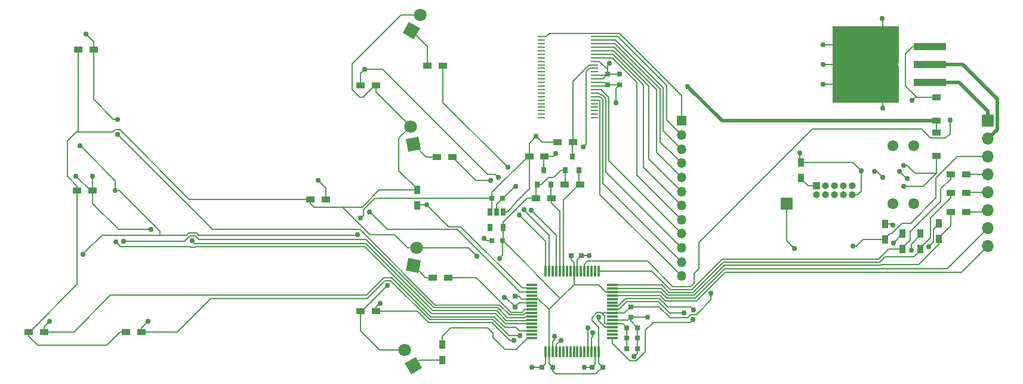
<source format=gtl>
%TF.GenerationSoftware,KiCad,Pcbnew,(2018-01-05 revision b98cc0b)-master*%
%TF.CreationDate,2018-01-06T14:23:44-08:00*%
%TF.ProjectId,pyoven,70796F76656E2E6B696361645F706362,rev?*%
%TF.SameCoordinates,Original*%
%TF.FileFunction,Copper,L1,Top,Signal*%
%TF.FilePolarity,Positive*%
%FSLAX46Y46*%
G04 Gerber Fmt 4.6, Leading zero omitted, Abs format (unit mm)*
G04 Created by KiCad (PCBNEW (2018-01-05 revision b98cc0b)-master) date Saturday, January 06, 2018 'PMt' 02:23:44 PM*
%MOMM*%
%LPD*%
G01*
G04 APERTURE LIST*
%TA.AperFunction,SMDPad,CuDef*%
%ADD10R,1.200000X0.900000*%
%TD*%
%TA.AperFunction,ComponentPad*%
%ADD11R,1.700000X1.700000*%
%TD*%
%TA.AperFunction,SMDPad,CuDef*%
%ADD12R,0.900000X1.200000*%
%TD*%
%TA.AperFunction,ComponentPad*%
%ADD13C,1.550000*%
%TD*%
%TA.AperFunction,ComponentPad*%
%ADD14O,1.700000X1.700000*%
%TD*%
%TA.AperFunction,SMDPad,CuDef*%
%ADD15R,0.800000X0.750000*%
%TD*%
%TA.AperFunction,ComponentPad*%
%ADD16C,1.800000*%
%TD*%
%TA.AperFunction,Conductor*%
%ADD17C,0.100000*%
%TD*%
%TA.AperFunction,ComponentPad*%
%ADD18O,1.000000X1.000000*%
%TD*%
%TA.AperFunction,ComponentPad*%
%ADD19R,1.000000X1.000000*%
%TD*%
%TA.AperFunction,SMDPad,CuDef*%
%ADD20R,0.650000X1.060000*%
%TD*%
%TA.AperFunction,SMDPad,CuDef*%
%ADD21R,0.750000X0.800000*%
%TD*%
%TA.AperFunction,SMDPad,CuDef*%
%ADD22R,0.800000X0.900000*%
%TD*%
%TA.AperFunction,SMDPad,CuDef*%
%ADD23R,1.500000X0.300000*%
%TD*%
%TA.AperFunction,SMDPad,CuDef*%
%ADD24R,0.300000X1.500000*%
%TD*%
%TA.AperFunction,SMDPad,CuDef*%
%ADD25R,4.550000X5.250000*%
%TD*%
%TA.AperFunction,SMDPad,CuDef*%
%ADD26R,9.400000X10.800000*%
%TD*%
%TA.AperFunction,SMDPad,CuDef*%
%ADD27R,4.600000X1.100000*%
%TD*%
%TA.AperFunction,SMDPad,CuDef*%
%ADD28R,1.000000X0.285000*%
%TD*%
%TA.AperFunction,ComponentPad*%
%ADD29O,1.350000X1.350000*%
%TD*%
%TA.AperFunction,ComponentPad*%
%ADD30R,1.350000X1.350000*%
%TD*%
%TA.AperFunction,ViaPad*%
%ADD31C,0.762000*%
%TD*%
%TA.AperFunction,Conductor*%
%ADD32C,0.203200*%
%TD*%
%TA.AperFunction,Conductor*%
%ADD33C,0.508000*%
%TD*%
G04 APERTURE END LIST*
D10*
%TO.P,D1,1*%
%TO.N,+5V*%
X238700000Y-64650000D03*
%TO.P,D1,2*%
%TO.N,Net-(D1-Pad2)*%
X238700000Y-67950000D03*
%TD*%
%TO.P,D8,2*%
%TO.N,/TOASTER_5V*%
X238700000Y-59650000D03*
%TO.P,D8,1*%
%TO.N,+5V*%
X238700000Y-62950000D03*
%TD*%
D11*
%TO.P,J17,1*%
%TO.N,/PUMP*%
X217400000Y-74700000D03*
%TD*%
D12*
%TO.P,R25,1*%
%TO.N,/ENABLE*%
X231400000Y-79800000D03*
%TO.P,R25,2*%
%TO.N,Net-(D9-Pad2)*%
X231400000Y-77600000D03*
%TD*%
%TO.P,R26,2*%
%TO.N,Net-(D10-Pad2)*%
X233900000Y-79000000D03*
%TO.P,R26,1*%
%TO.N,/RELAY2*%
X233900000Y-81200000D03*
%TD*%
%TO.P,R27,1*%
%TO.N,/RELAY1*%
X236400000Y-81200000D03*
%TO.P,R27,2*%
%TO.N,Net-(D11-Pad2)*%
X236400000Y-79000000D03*
%TD*%
%TO.P,R28,2*%
%TO.N,Net-(D12-Pad2)*%
X239000000Y-77500000D03*
%TO.P,R28,1*%
%TO.N,/BUZZER*%
X239000000Y-79700000D03*
%TD*%
D13*
%TO.P,J1,S1*%
%TO.N,GNDPWR*%
X235470000Y-74700000D03*
X232530000Y-74700000D03*
X235470000Y-66500000D03*
X232530000Y-66500000D03*
%TD*%
D10*
%TO.P,R13,1*%
%TO.N,+3V3*%
X116900000Y-52900000D03*
%TO.P,R13,2*%
%TO.N,/MORE*%
X119100000Y-52900000D03*
%TD*%
%TO.P,R14,2*%
%TO.N,/START*%
X119000000Y-72900000D03*
%TO.P,R14,1*%
%TO.N,+3V3*%
X116800000Y-72900000D03*
%TD*%
%TO.P,R15,1*%
%TO.N,+3V3*%
X109900000Y-92900000D03*
%TO.P,R15,2*%
%TO.N,/FROZEN*%
X112100000Y-92900000D03*
%TD*%
%TO.P,R16,2*%
%TO.N,/UNITS*%
X125900000Y-92900000D03*
%TO.P,R16,1*%
%TO.N,+3V3*%
X123700000Y-92900000D03*
%TD*%
%TO.P,R17,1*%
%TO.N,+3V3*%
X149900000Y-74100000D03*
%TO.P,R17,2*%
%TO.N,/DEC*%
X152100000Y-74100000D03*
%TD*%
%TO.P,R18,2*%
%TO.N,/TEMP*%
X159200000Y-90000000D03*
%TO.P,R18,1*%
%TO.N,+3V3*%
X157000000Y-90000000D03*
%TD*%
%TO.P,R19,1*%
%TO.N,+3V3*%
X159200000Y-58000000D03*
%TO.P,R19,2*%
%TO.N,/TIME*%
X157000000Y-58000000D03*
%TD*%
D12*
%TO.P,R20,2*%
%TO.N,/INC*%
X165000000Y-75000000D03*
%TO.P,R20,1*%
%TO.N,+3V3*%
X165000000Y-72800000D03*
%TD*%
D14*
%TO.P,J3,8*%
%TO.N,/TEMP-*%
X246000000Y-80780000D03*
%TO.P,J3,7*%
%TO.N,+3V3*%
X246000000Y-78240000D03*
%TO.P,J3,6*%
%TO.N,Net-(J3-Pad6)*%
X246000000Y-75700000D03*
%TO.P,J3,5*%
%TO.N,Net-(J3-Pad5)*%
X246000000Y-73160000D03*
%TO.P,J3,4*%
%TO.N,Net-(J3-Pad4)*%
X246000000Y-70620000D03*
%TO.P,J3,3*%
%TO.N,/ENABLE*%
X246000000Y-68080000D03*
%TO.P,J3,2*%
%TO.N,GNDPWR*%
X246000000Y-65540000D03*
D11*
%TO.P,J3,1*%
%TO.N,+VDC*%
X246000000Y-63000000D03*
%TD*%
D15*
%TO.P,C14,2*%
%TO.N,GNDPWR*%
X175650000Y-80000000D03*
%TO.P,C14,1*%
%TO.N,+3V3*%
X177150000Y-80000000D03*
%TD*%
%TO.P,C13,1*%
%TO.N,+5V*%
X175650000Y-74000000D03*
%TO.P,C13,2*%
%TO.N,GNDPWR*%
X177150000Y-74000000D03*
%TD*%
D16*
%TO.P,D2,1*%
%TO.N,Net-(D2-Pad1)*%
X164500000Y-66300000D03*
D17*
%TD*%
%TO.N,Net-(D2-Pad1)*%
%TO.C,D2*%
G36*
X165542610Y-67030044D02*
X163769956Y-67342610D01*
X163457390Y-65569956D01*
X165230044Y-65257390D01*
X165542610Y-67030044D01*
X165542610Y-67030044D01*
G37*
D16*
%TO.P,D2,2*%
%TO.N,+3V3*%
X164058934Y-63798588D03*
%TD*%
%TO.P,D5,2*%
%TO.N,+3V3*%
X164941066Y-80998588D03*
%TO.P,D5,1*%
%TO.N,Net-(D5-Pad1)*%
X164500000Y-83500000D03*
D17*
%TD*%
%TO.N,Net-(D5-Pad1)*%
%TO.C,D5*%
G36*
X165230044Y-84542610D02*
X163457390Y-84230044D01*
X163769956Y-82457390D01*
X165542610Y-82769956D01*
X165230044Y-84542610D01*
X165230044Y-84542610D01*
G37*
D16*
%TO.P,D6,1*%
%TO.N,Net-(D6-Pad1)*%
X164200000Y-50200000D03*
D17*
%TD*%
%TO.N,Net-(D6-Pad1)*%
%TO.C,D6*%
G36*
X164529423Y-51429423D02*
X162970577Y-50529423D01*
X163870577Y-48970577D01*
X165429423Y-49870577D01*
X164529423Y-51429423D01*
X164529423Y-51429423D01*
G37*
D16*
%TO.P,D6,2*%
%TO.N,+3V3*%
X165470000Y-48000295D03*
%TD*%
%TO.P,D7,2*%
%TO.N,+3V3*%
X163230000Y-95500295D03*
%TO.P,D7,1*%
%TO.N,Net-(D7-Pad1)*%
X164500000Y-97700000D03*
D17*
%TD*%
%TO.N,Net-(D7-Pad1)*%
%TO.C,D7*%
G36*
X165729423Y-98029423D02*
X164170577Y-98929423D01*
X163270577Y-97370577D01*
X164829423Y-96470577D01*
X165729423Y-98029423D01*
X165729423Y-98029423D01*
G37*
D18*
%TO.P,J19,10*%
%TO.N,/nReset*%
X226780000Y-73470000D03*
%TO.P,J19,9*%
%TO.N,Net-(J19-Pad9)*%
X226780000Y-72200000D03*
%TO.P,J19,8*%
%TO.N,Net-(J19-Pad8)*%
X225510000Y-73470000D03*
%TO.P,J19,7*%
%TO.N,Net-(J19-Pad7)*%
X225510000Y-72200000D03*
%TO.P,J19,6*%
%TO.N,Net-(J19-Pad6)*%
X224240000Y-73470000D03*
%TO.P,J19,5*%
%TO.N,GNDPWR*%
X224240000Y-72200000D03*
%TO.P,J19,4*%
%TO.N,/SWDCLK*%
X222970000Y-73470000D03*
%TO.P,J19,3*%
%TO.N,GNDPWR*%
X222970000Y-72200000D03*
%TO.P,J19,2*%
%TO.N,/SWDIO*%
X221700000Y-73470000D03*
D19*
%TO.P,J19,1*%
%TO.N,+3V3*%
X221700000Y-72200000D03*
%TD*%
D10*
%TO.P,R9,1*%
%TO.N,Net-(D2-Pad1)*%
X167800000Y-68100000D03*
%TO.P,R9,2*%
%TO.N,/RIGHT_LED*%
X170000000Y-68100000D03*
%TD*%
%TO.P,R10,2*%
%TO.N,/LEFT_LED*%
X169400000Y-85200000D03*
%TO.P,R10,1*%
%TO.N,Net-(D5-Pad1)*%
X167200000Y-85200000D03*
%TD*%
%TO.P,R11,1*%
%TO.N,Net-(D6-Pad1)*%
X166500000Y-55200000D03*
%TO.P,R11,2*%
%TO.N,/FAR_RIGHT_LED*%
X168700000Y-55200000D03*
%TD*%
D12*
%TO.P,R12,2*%
%TO.N,/FAR_LEFT_LED*%
X168600000Y-94700000D03*
%TO.P,R12,1*%
%TO.N,Net-(D7-Pad1)*%
X168600000Y-96900000D03*
%TD*%
D20*
%TO.P,U4,5*%
%TO.N,+3V3*%
X177250000Y-78100000D03*
%TO.P,U4,4*%
%TO.N,Net-(U4-Pad4)*%
X175350000Y-78100000D03*
%TO.P,U4,3*%
%TO.N,+5V*%
X175350000Y-75900000D03*
%TO.P,U4,2*%
%TO.N,GNDPWR*%
X176300000Y-75900000D03*
%TO.P,U4,1*%
%TO.N,+5V*%
X177250000Y-75900000D03*
%TD*%
D10*
%TO.P,R1,1*%
%TO.N,Net-(J3-Pad4)*%
X242900000Y-70600000D03*
%TO.P,R1,2*%
%TO.N,/RELAY2*%
X240700000Y-70600000D03*
%TD*%
%TO.P,R2,2*%
%TO.N,/RELAY1*%
X240700000Y-73200000D03*
%TO.P,R2,1*%
%TO.N,Net-(J3-Pad5)*%
X242900000Y-73200000D03*
%TD*%
%TO.P,R3,1*%
%TO.N,Net-(J3-Pad6)*%
X242900000Y-75900000D03*
%TO.P,R3,2*%
%TO.N,/BUZZER*%
X240700000Y-75900000D03*
%TD*%
%TO.P,R4,2*%
%TO.N,/SDA_5V*%
X187100000Y-66000000D03*
%TO.P,R4,1*%
%TO.N,+5V*%
X184900000Y-66000000D03*
%TD*%
%TO.P,R5,1*%
%TO.N,+5V*%
X180900000Y-68000000D03*
%TO.P,R5,2*%
%TO.N,/SCL_5V*%
X183100000Y-68000000D03*
%TD*%
%TO.P,R6,2*%
%TO.N,/SDA_3V*%
X188100000Y-72000000D03*
%TO.P,R6,1*%
%TO.N,+3V3*%
X185900000Y-72000000D03*
%TD*%
%TO.P,R7,1*%
%TO.N,+3V3*%
X181900000Y-74000000D03*
%TO.P,R7,2*%
%TO.N,/SCL_3V*%
X184100000Y-74000000D03*
%TD*%
D12*
%TO.P,R8,2*%
%TO.N,/nReset*%
X219500000Y-68900000D03*
%TO.P,R8,1*%
%TO.N,+3V3*%
X219500000Y-71100000D03*
%TD*%
D15*
%TO.P,C12,2*%
%TO.N,+3V3*%
X184250000Y-97900000D03*
%TO.P,C12,1*%
%TO.N,GNDPWR*%
X182750000Y-97900000D03*
%TD*%
%TO.P,C10,1*%
%TO.N,+3V3*%
X194750000Y-92300000D03*
%TO.P,C10,2*%
%TO.N,GNDPWR*%
X196250000Y-92300000D03*
%TD*%
D21*
%TO.P,C3,2*%
%TO.N,GNDPWR*%
X193700000Y-56350000D03*
%TO.P,C3,1*%
%TO.N,+5V*%
X193700000Y-57850000D03*
%TD*%
%TO.P,C4,1*%
%TO.N,+5V*%
X192000000Y-57850000D03*
%TO.P,C4,2*%
%TO.N,GNDPWR*%
X192000000Y-56350000D03*
%TD*%
D15*
%TO.P,C5,2*%
%TO.N,+3V3*%
X186850000Y-82100000D03*
%TO.P,C5,1*%
%TO.N,GNDPWR*%
X188350000Y-82100000D03*
%TD*%
D21*
%TO.P,C6,1*%
%TO.N,+3V3*%
X178900000Y-87850000D03*
%TO.P,C6,2*%
%TO.N,GNDPWR*%
X178900000Y-89350000D03*
%TD*%
D15*
%TO.P,C9,2*%
%TO.N,GNDPWR*%
X196250000Y-93800000D03*
%TO.P,C9,1*%
%TO.N,+3V3*%
X194750000Y-93800000D03*
%TD*%
%TO.P,C8,1*%
%TO.N,+3V3*%
X194750000Y-95300000D03*
%TO.P,C8,2*%
%TO.N,GNDPWR*%
X196250000Y-95300000D03*
%TD*%
%TO.P,C11,2*%
%TO.N,+3V3*%
X191350000Y-97900000D03*
%TO.P,C11,1*%
%TO.N,GNDPWR*%
X189850000Y-97900000D03*
%TD*%
D21*
%TO.P,C7,1*%
%TO.N,GNDPWR*%
X195300000Y-90850000D03*
%TO.P,C7,2*%
%TO.N,+3V3*%
X195300000Y-89350000D03*
%TD*%
D22*
%TO.P,Q1,1*%
%TO.N,+3V3*%
X186050000Y-70000000D03*
%TO.P,Q1,2*%
%TO.N,/SDA_3V*%
X187950000Y-70000000D03*
%TO.P,Q1,3*%
%TO.N,/SDA_5V*%
X187000000Y-68000000D03*
%TD*%
%TO.P,Q2,3*%
%TO.N,/SCL_5V*%
X183000000Y-70000000D03*
%TO.P,Q2,2*%
%TO.N,/SCL_3V*%
X183950000Y-72000000D03*
%TO.P,Q2,1*%
%TO.N,+3V3*%
X182050000Y-72000000D03*
%TD*%
D23*
%TO.P,U2,64*%
%TO.N,/RELAY1*%
X192700000Y-86250000D03*
%TO.P,U2,63*%
%TO.N,/BUZZER*%
X192700000Y-86750000D03*
%TO.P,U2,62*%
%TO.N,+3V3*%
X192700000Y-87250000D03*
%TO.P,U2,61*%
%TO.N,/TEMP-*%
X192700000Y-87750000D03*
%TO.P,U2,60*%
%TO.N,Net-(U2-Pad60)*%
X192700000Y-88250000D03*
%TO.P,U2,59*%
%TO.N,Net-(U2-Pad59)*%
X192700000Y-88750000D03*
%TO.P,U2,58*%
%TO.N,/SWDIO*%
X192700000Y-89250000D03*
%TO.P,U2,57*%
%TO.N,/SWDCLK*%
X192700000Y-89750000D03*
%TO.P,U2,56*%
%TO.N,+3V3*%
X192700000Y-90250000D03*
%TO.P,U2,55*%
%TO.N,Net-(U2-Pad55)*%
X192700000Y-90750000D03*
%TO.P,U2,54*%
%TO.N,GNDPWR*%
X192700000Y-91250000D03*
%TO.P,U2,53*%
%TO.N,+3V3*%
X192700000Y-91750000D03*
%TO.P,U2,52*%
%TO.N,/nReset*%
X192700000Y-92250000D03*
%TO.P,U2,51*%
%TO.N,Net-(U2-Pad51)*%
X192700000Y-92750000D03*
%TO.P,U2,50*%
%TO.N,Net-(U2-Pad50)*%
X192700000Y-93250000D03*
%TO.P,U2,49*%
%TO.N,/PUMP*%
X192700000Y-93750000D03*
D24*
%TO.P,U2,48*%
%TO.N,+3V3*%
X190750000Y-95700000D03*
%TO.P,U2,47*%
%TO.N,GNDPWR*%
X190250000Y-95700000D03*
%TO.P,U2,46*%
%TO.N,/D+*%
X189750000Y-95700000D03*
%TO.P,U2,45*%
%TO.N,/D-*%
X189250000Y-95700000D03*
%TO.P,U2,44*%
%TO.N,Net-(U2-Pad44)*%
X188750000Y-95700000D03*
%TO.P,U2,43*%
%TO.N,Net-(U2-Pad43)*%
X188250000Y-95700000D03*
%TO.P,U2,42*%
%TO.N,Net-(U2-Pad42)*%
X187750000Y-95700000D03*
%TO.P,U2,41*%
%TO.N,Net-(U2-Pad41)*%
X187250000Y-95700000D03*
%TO.P,U2,40*%
%TO.N,Net-(U2-Pad40)*%
X186750000Y-95700000D03*
%TO.P,U2,39*%
%TO.N,Net-(U2-Pad39)*%
X186250000Y-95700000D03*
%TO.P,U2,38*%
%TO.N,Net-(U2-Pad38)*%
X185750000Y-95700000D03*
%TO.P,U2,37*%
%TO.N,Net-(U2-Pad37)*%
X185250000Y-95700000D03*
%TO.P,U2,36*%
%TO.N,/TEMP*%
X184750000Y-95700000D03*
%TO.P,U2,35*%
%TO.N,/UNITS*%
X184250000Y-95700000D03*
%TO.P,U2,34*%
%TO.N,+3V3*%
X183750000Y-95700000D03*
%TO.P,U2,33*%
%TO.N,GNDPWR*%
X183250000Y-95700000D03*
D23*
%TO.P,U2,32*%
%TO.N,/FAR_LEFT_LED*%
X181300000Y-93750000D03*
%TO.P,U2,31*%
%TO.N,Net-(U2-Pad31)*%
X181300000Y-93250000D03*
%TO.P,U2,30*%
%TO.N,/FROZEN*%
X181300000Y-92750000D03*
%TO.P,U2,29*%
%TO.N,Net-(U2-Pad29)*%
X181300000Y-92250000D03*
%TO.P,U2,28*%
%TO.N,/DI*%
X181300000Y-91750000D03*
%TO.P,U2,27*%
%TO.N,/START*%
X181300000Y-91250000D03*
%TO.P,U2,26*%
%TO.N,/CI*%
X181300000Y-90750000D03*
%TO.P,U2,25*%
%TO.N,/MORE*%
X181300000Y-90250000D03*
%TO.P,U2,24*%
%TO.N,/LEFT_LED*%
X181300000Y-89750000D03*
%TO.P,U2,23*%
%TO.N,Net-(U2-Pad23)*%
X181300000Y-89250000D03*
%TO.P,U2,22*%
%TO.N,GNDPWR*%
X181300000Y-88750000D03*
%TO.P,U2,21*%
%TO.N,+3V3*%
X181300000Y-88250000D03*
%TO.P,U2,20*%
%TO.N,Net-(U2-Pad20)*%
X181300000Y-87750000D03*
%TO.P,U2,19*%
%TO.N,/DEC*%
X181300000Y-87250000D03*
%TO.P,U2,18*%
%TO.N,/INC*%
X181300000Y-86750000D03*
%TO.P,U2,17*%
%TO.N,Net-(U2-Pad17)*%
X181300000Y-86250000D03*
D24*
%TO.P,U2,16*%
%TO.N,/RIGHT_LED*%
X183250000Y-84300000D03*
%TO.P,U2,15*%
%TO.N,/TIME*%
X183750000Y-84300000D03*
%TO.P,U2,14*%
%TO.N,Net-(U2-Pad14)*%
X184250000Y-84300000D03*
%TO.P,U2,13*%
%TO.N,/FAR_RIGHT_LED*%
X184750000Y-84300000D03*
%TO.P,U2,12*%
%TO.N,/SCL_3V*%
X185250000Y-84300000D03*
%TO.P,U2,11*%
%TO.N,/SDA_3V*%
X185750000Y-84300000D03*
%TO.P,U2,10*%
%TO.N,Net-(U2-Pad10)*%
X186250000Y-84300000D03*
%TO.P,U2,9*%
%TO.N,Net-(U2-Pad9)*%
X186750000Y-84300000D03*
%TO.P,U2,8*%
%TO.N,+3V3*%
X187250000Y-84300000D03*
%TO.P,U2,7*%
%TO.N,GNDPWR*%
X187750000Y-84300000D03*
%TO.P,U2,6*%
%TO.N,Net-(U2-Pad6)*%
X188250000Y-84300000D03*
%TO.P,U2,5*%
%TO.N,Net-(R23-Pad2)*%
X188750000Y-84300000D03*
%TO.P,U2,4*%
%TO.N,Net-(U2-Pad4)*%
X189250000Y-84300000D03*
%TO.P,U2,3*%
%TO.N,Net-(U2-Pad3)*%
X189750000Y-84300000D03*
%TO.P,U2,2*%
%TO.N,Net-(U2-Pad2)*%
X190250000Y-84300000D03*
%TO.P,U2,1*%
%TO.N,/RELAY2*%
X190750000Y-84300000D03*
%TD*%
D25*
%TO.P,U3,2*%
%TO.N,GNDPWR*%
X231050000Y-52225000D03*
X226200000Y-57775000D03*
X231050000Y-57775000D03*
X226200000Y-52225000D03*
D26*
X228625000Y-55000000D03*
D27*
%TO.P,U3,3*%
%TO.N,/TOASTER_5V*%
X237775000Y-52460000D03*
%TO.P,U3,2*%
%TO.N,GNDPWR*%
X237775000Y-55000000D03*
%TO.P,U3,1*%
%TO.N,+VDC*%
X237775000Y-57540000D03*
%TD*%
D28*
%TO.P,U1,48*%
%TO.N,Net-(U1-Pad48)*%
X182650000Y-62550000D03*
%TO.P,U1,47*%
%TO.N,Net-(U1-Pad47)*%
X182650000Y-62050000D03*
%TO.P,U1,46*%
%TO.N,Net-(U1-Pad46)*%
X182650000Y-61550000D03*
%TO.P,U1,45*%
%TO.N,Net-(U1-Pad45)*%
X182650000Y-61050000D03*
%TO.P,U1,44*%
%TO.N,Net-(U1-Pad44)*%
X182650000Y-60550000D03*
%TO.P,U1,43*%
%TO.N,Net-(U1-Pad43)*%
X182650000Y-60050000D03*
%TO.P,U1,42*%
%TO.N,Net-(U1-Pad42)*%
X182650000Y-59550000D03*
%TO.P,U1,41*%
%TO.N,Net-(U1-Pad41)*%
X182650000Y-59050000D03*
%TO.P,U1,40*%
%TO.N,Net-(U1-Pad40)*%
X182650000Y-58550000D03*
%TO.P,U1,39*%
%TO.N,Net-(U1-Pad39)*%
X182650000Y-58050000D03*
%TO.P,U1,38*%
%TO.N,Net-(U1-Pad38)*%
X182650000Y-57550000D03*
%TO.P,U1,37*%
%TO.N,Net-(U1-Pad37)*%
X182650000Y-57050000D03*
%TO.P,U1,36*%
%TO.N,Net-(U1-Pad36)*%
X182650000Y-56550000D03*
%TO.P,U1,35*%
%TO.N,Net-(U1-Pad35)*%
X182650000Y-56050000D03*
%TO.P,U1,34*%
%TO.N,Net-(U1-Pad34)*%
X182650000Y-55550000D03*
%TO.P,U1,33*%
%TO.N,Net-(U1-Pad33)*%
X182650000Y-55050000D03*
%TO.P,U1,32*%
%TO.N,Net-(U1-Pad32)*%
X182650000Y-54550000D03*
%TO.P,U1,31*%
%TO.N,Net-(U1-Pad31)*%
X182650000Y-54050000D03*
%TO.P,U1,30*%
%TO.N,Net-(U1-Pad30)*%
X182650000Y-53550000D03*
%TO.P,U1,29*%
%TO.N,Net-(U1-Pad29)*%
X182650000Y-53050000D03*
%TO.P,U1,28*%
%TO.N,Net-(U1-Pad28)*%
X182650000Y-52550000D03*
%TO.P,U1,27*%
%TO.N,Net-(U1-Pad27)*%
X182650000Y-52050000D03*
%TO.P,U1,26*%
%TO.N,Net-(U1-Pad26)*%
X182650000Y-51550000D03*
%TO.P,U1,25*%
%TO.N,/SEG7*%
X182650000Y-51050000D03*
%TO.P,U1,24*%
%TO.N,/SEG6*%
X190150000Y-51050000D03*
%TO.P,U1,23*%
%TO.N,/SEG5*%
X190150000Y-51550000D03*
%TO.P,U1,22*%
%TO.N,/SEG4*%
X190150000Y-52050000D03*
%TO.P,U1,21*%
%TO.N,/SEG3*%
X190150000Y-52550000D03*
%TO.P,U1,20*%
%TO.N,/SEG2*%
X190150000Y-53050000D03*
%TO.P,U1,19*%
%TO.N,/SEG1*%
X190150000Y-53550000D03*
%TO.P,U1,18*%
%TO.N,/SEG0*%
X190150000Y-54050000D03*
%TO.P,U1,17*%
%TO.N,GNDPWR*%
X190150000Y-54550000D03*
%TO.P,U1,16*%
%TO.N,/SDA_5V*%
X190150000Y-55050000D03*
%TO.P,U1,15*%
%TO.N,/SCL_5V*%
X190150000Y-55550000D03*
%TO.P,U1,14*%
%TO.N,Net-(U1-Pad14)*%
X190150000Y-56050000D03*
%TO.P,U1,13*%
%TO.N,GNDPWR*%
X190150000Y-56550000D03*
%TO.P,U1,12*%
X190150000Y-57050000D03*
%TO.P,U1,11*%
%TO.N,+5V*%
X190150000Y-57550000D03*
%TO.P,U1,10*%
X190150000Y-58050000D03*
%TO.P,U1,9*%
%TO.N,/COM3*%
X190150000Y-58550000D03*
%TO.P,U1,8*%
%TO.N,/COM2*%
X190150000Y-59050000D03*
%TO.P,U1,7*%
%TO.N,/COM1*%
X190150000Y-59550000D03*
%TO.P,U1,6*%
%TO.N,/COM0*%
X190150000Y-60050000D03*
%TO.P,U1,5*%
%TO.N,Net-(U1-Pad5)*%
X190150000Y-60550000D03*
%TO.P,U1,4*%
%TO.N,Net-(U1-Pad4)*%
X190150000Y-61050000D03*
%TO.P,U1,3*%
%TO.N,Net-(U1-Pad3)*%
X190150000Y-61550000D03*
%TO.P,U1,2*%
%TO.N,Net-(U1-Pad2)*%
X190150000Y-62050000D03*
%TO.P,U1,1*%
%TO.N,Net-(U1-Pad1)*%
X190150000Y-62550000D03*
%TD*%
D29*
%TO.P,J2,12*%
%TO.N,/COM0*%
X202500000Y-85000000D03*
%TO.P,J2,11*%
%TO.N,/COM1*%
X202500000Y-83000000D03*
%TO.P,J2,10*%
%TO.N,/COM2*%
X202500000Y-81000000D03*
%TO.P,J2,9*%
%TO.N,/COM3*%
X202500000Y-79000000D03*
%TO.P,J2,8*%
%TO.N,/SEG0*%
X202500000Y-77000000D03*
%TO.P,J2,7*%
%TO.N,/SEG1*%
X202500000Y-75000000D03*
%TO.P,J2,6*%
%TO.N,/SEG2*%
X202500000Y-73000000D03*
%TO.P,J2,5*%
%TO.N,/SEG3*%
X202500000Y-71000000D03*
%TO.P,J2,4*%
%TO.N,/SEG4*%
X202500000Y-69000000D03*
%TO.P,J2,3*%
%TO.N,/SEG5*%
X202500000Y-67000000D03*
%TO.P,J2,2*%
%TO.N,/SEG6*%
X202500000Y-65000000D03*
D30*
%TO.P,J2,1*%
%TO.N,/SEG7*%
X202500000Y-63000000D03*
%TD*%
D31*
%TO.N,GNDPWR*%
X195800000Y-96400000D03*
%TO.N,/PUMP*%
X204151527Y-91170627D03*
X218500000Y-81100000D03*
%TO.N,+5V*%
X117600000Y-81900000D03*
X117200000Y-66500000D03*
X203400000Y-58100000D03*
%TO.N,+3V3*%
X206702000Y-87394141D03*
%TO.N,/ENABLE*%
X226800000Y-80714190D03*
%TO.N,GNDPWR*%
X231100000Y-61200000D03*
X231000000Y-48500000D03*
X222600000Y-57800000D03*
X222600000Y-52200000D03*
X222600000Y-55000000D03*
X179000000Y-72300000D03*
X174500000Y-79600000D03*
X197727624Y-90814190D03*
X189400000Y-82100000D03*
X192300000Y-54800000D03*
X177400000Y-88000000D03*
X188700000Y-97900000D03*
X181300000Y-97900000D03*
%TO.N,+5V*%
X157000000Y-76800000D03*
X156600000Y-79100000D03*
X122200000Y-72900000D03*
X193200000Y-60400000D03*
X181900000Y-65200000D03*
%TO.N,+3V3*%
X160800000Y-86300000D03*
X176700000Y-82500000D03*
X173500000Y-82200000D03*
%TO.N,Net-(D1-Pad2)*%
X234000000Y-69300000D03*
X234000000Y-72300000D03*
%TO.N,/CI*%
X123400000Y-80100000D03*
%TO.N,/DI*%
X122257773Y-80109383D03*
%TO.N,/nReset*%
X190800000Y-90800000D03*
X228000000Y-70100000D03*
X219300000Y-67500000D03*
%TO.N,/SWDCLK*%
X202877803Y-90224274D03*
%TO.N,/SWDIO*%
X204201365Y-89799016D03*
%TO.N,/D+*%
X234515799Y-71164190D03*
X233456051Y-70164194D03*
X189941250Y-93041250D03*
%TO.N,/D-*%
X229900000Y-70200000D03*
X231040200Y-71044641D03*
X189258750Y-92358750D03*
%TO.N,/SCL_5V*%
X188600000Y-66700000D03*
X184700000Y-67600000D03*
%TO.N,/FAR_RIGHT_LED*%
X177900000Y-69600000D03*
X181200000Y-75700000D03*
%TO.N,/RIGHT_LED*%
X179483722Y-76317593D03*
X175400000Y-71400000D03*
%TO.N,/TEMP*%
X178756699Y-94121620D03*
X185400000Y-94100000D03*
X159800000Y-88885810D03*
%TO.N,/UNITS*%
X179594598Y-93435810D03*
X184500000Y-93500000D03*
X126800000Y-91400000D03*
%TO.N,/FROZEN*%
X112900000Y-91400000D03*
%TO.N,/MORE*%
X122500000Y-62800000D03*
X122500000Y-64900000D03*
X118000000Y-50700000D03*
%TO.N,/START*%
X127300000Y-78400000D03*
X133100000Y-80000000D03*
X116600000Y-70800000D03*
X119000000Y-70800000D03*
%TO.N,/DEC*%
X158287081Y-75885689D03*
X151000000Y-71400000D03*
%TO.N,/TIME*%
X180139254Y-75609136D03*
X176500000Y-71000000D03*
X157600000Y-55700000D03*
%TO.N,/INC*%
X166400000Y-74900000D03*
%TO.N,/TOASTER_5V*%
X235200000Y-60100000D03*
%TO.N,Net-(R23-Pad2)*%
X240600000Y-62900000D03*
%TO.N,Net-(D12-Pad2)*%
X237600000Y-80800000D03*
%TO.N,Net-(D11-Pad2)*%
X235100000Y-81300000D03*
%TO.N,Net-(D10-Pad2)*%
X232600000Y-80300000D03*
%TO.N,Net-(D9-Pad2)*%
X232500000Y-77800000D03*
%TD*%
D32*
%TO.N,/RELAY2*%
X231900000Y-81200000D02*
X233246800Y-81200000D01*
X208274751Y-82600000D02*
X230500000Y-82600000D01*
X200931660Y-86906411D02*
X203968340Y-86906411D01*
X233246800Y-81200000D02*
X233900000Y-81200000D01*
X230500000Y-82600000D02*
X231900000Y-81200000D01*
X203968340Y-86906411D02*
X208274751Y-82600000D01*
X198325249Y-84300000D02*
X200931660Y-86906411D01*
X190750000Y-84300000D02*
X198325249Y-84300000D01*
X235000000Y-79885012D02*
X235000000Y-78700000D01*
X235000000Y-78700000D02*
X239300000Y-74400000D01*
X239300000Y-74400000D02*
X239300000Y-72653200D01*
X233900000Y-80985012D02*
X235000000Y-79885012D01*
X239300000Y-72653200D02*
X240700000Y-71253200D01*
X233900000Y-81200000D02*
X233900000Y-80985012D01*
X240700000Y-71253200D02*
X240700000Y-70600000D01*
%TO.N,Net-(J3-Pad4)*%
X242900000Y-70600000D02*
X245980000Y-70600000D01*
X245980000Y-70600000D02*
X246000000Y-70620000D01*
%TO.N,Net-(J3-Pad5)*%
X246000000Y-73160000D02*
X242940000Y-73160000D01*
X242940000Y-73160000D02*
X242900000Y-73200000D01*
%TO.N,/RELAY1*%
X204136680Y-87312822D02*
X208443091Y-83006411D01*
X192700000Y-86250000D02*
X199700498Y-86250000D01*
X236400000Y-81350000D02*
X236400000Y-81200000D01*
X231374751Y-82300000D02*
X235450000Y-82300000D01*
X235450000Y-82300000D02*
X236400000Y-81350000D01*
X230668340Y-83006411D02*
X231374751Y-82300000D01*
X208443091Y-83006411D02*
X230668340Y-83006411D01*
X200763320Y-87312822D02*
X204136680Y-87312822D01*
X199700498Y-86250000D02*
X200763320Y-87312822D01*
X236400000Y-81200000D02*
X236400000Y-80985012D01*
X237800000Y-76753200D02*
X240700000Y-73853200D01*
X237800000Y-79585012D02*
X237800000Y-76753200D01*
X240700000Y-73853200D02*
X240700000Y-73200000D01*
X236400000Y-80985012D02*
X237800000Y-79585012D01*
%TO.N,/BUZZER*%
X236103200Y-83400000D02*
X239000000Y-80503200D01*
X239000000Y-80503200D02*
X239000000Y-79700000D01*
X230849502Y-83400000D02*
X236103200Y-83400000D01*
X208611431Y-83412822D02*
X230836680Y-83412822D01*
X199625747Y-86750000D02*
X200594980Y-87719233D01*
X230836680Y-83412822D02*
X230849502Y-83400000D01*
X204305020Y-87719233D02*
X208611431Y-83412822D01*
X192700000Y-86750000D02*
X199625747Y-86750000D01*
X200594980Y-87719233D02*
X204305020Y-87719233D01*
X239000000Y-79700000D02*
X239000000Y-79550000D01*
X239000000Y-79550000D02*
X240700000Y-77850000D01*
X240700000Y-77850000D02*
X240700000Y-76553200D01*
X240700000Y-76553200D02*
X240700000Y-75900000D01*
%TO.N,Net-(J3-Pad6)*%
X242900000Y-75900000D02*
X245800000Y-75900000D01*
X245800000Y-75900000D02*
X246000000Y-75700000D01*
%TO.N,/TEMP-*%
X242280000Y-84500000D02*
X245150001Y-81629999D01*
X208673755Y-84500000D02*
X242280000Y-84500000D01*
X199476245Y-87750000D02*
X200258300Y-88532055D01*
X192700000Y-87750000D02*
X199476245Y-87750000D01*
X245150001Y-81629999D02*
X246000000Y-80780000D01*
X204641700Y-88532055D02*
X208673755Y-84500000D01*
X200258300Y-88532055D02*
X204641700Y-88532055D01*
%TO.N,/ENABLE*%
X227338815Y-80714190D02*
X228253005Y-79800000D01*
X228253005Y-79800000D02*
X231400000Y-79800000D01*
X233801358Y-77500000D02*
X235025250Y-77500000D01*
X235025250Y-77500000D02*
X238600000Y-73925250D01*
X231400000Y-79800000D02*
X231400000Y-79650000D01*
X232053200Y-78996800D02*
X232304558Y-78996800D01*
X231400000Y-79650000D02*
X232053200Y-78996800D01*
X232304558Y-78996800D02*
X233801358Y-77500000D01*
%TO.N,GNDPWR*%
X196250000Y-95300000D02*
X196250000Y-95950000D01*
X196250000Y-95950000D02*
X195800000Y-96400000D01*
%TO.N,/PUMP*%
X203770528Y-91551626D02*
X204151527Y-91170627D01*
X197400000Y-95739804D02*
X197400000Y-92700000D01*
X197400000Y-92700000D02*
X198548374Y-91551626D01*
X196104802Y-97035002D02*
X197400000Y-95739804D01*
X195161360Y-97035002D02*
X196104802Y-97035002D01*
X198548374Y-91551626D02*
X203770528Y-91551626D01*
X192700000Y-94573642D02*
X195161360Y-97035002D01*
X192700000Y-93750000D02*
X192700000Y-94573642D01*
X218500000Y-81100000D02*
X217400000Y-80000000D01*
X217400000Y-80000000D02*
X217400000Y-74700000D01*
%TO.N,+5V*%
X128500000Y-79200000D02*
X120300000Y-79200000D01*
X117980999Y-81519001D02*
X117600000Y-81900000D01*
X120300000Y-79200000D02*
X117980999Y-81519001D01*
X117580999Y-66880999D02*
X117200000Y-66500000D01*
X122200000Y-72900000D02*
X122200000Y-71500000D01*
X122200000Y-71500000D02*
X117580999Y-66880999D01*
D33*
X238700000Y-62950000D02*
X208250000Y-62950000D01*
X208250000Y-62950000D02*
X203400000Y-58100000D01*
D32*
X238700000Y-62950000D02*
X238700000Y-64650000D01*
%TO.N,+3V3*%
X190750000Y-92250000D02*
X189800000Y-91300000D01*
X191164999Y-90164999D02*
X191200000Y-90200000D01*
X189800000Y-91300000D02*
X189800000Y-90860198D01*
X190750000Y-95700000D02*
X190750000Y-92250000D01*
X190495199Y-90164999D02*
X191164999Y-90164999D01*
X189800000Y-90860198D02*
X190495199Y-90164999D01*
X204611323Y-90484818D02*
X206702000Y-88394141D01*
X203782118Y-90484818D02*
X204611323Y-90484818D01*
X199351993Y-89350000D02*
X200912068Y-90910075D01*
X206702000Y-87932956D02*
X206702000Y-87394141D01*
X203356861Y-90910075D02*
X203782118Y-90484818D01*
X200912068Y-90910075D02*
X203356861Y-90910075D01*
X206702000Y-88394141D02*
X206702000Y-87932956D01*
X195300000Y-89350000D02*
X199351993Y-89350000D01*
X192700000Y-87250000D02*
X199550996Y-87250000D01*
X240240000Y-84000000D02*
X245150001Y-79089999D01*
X200426640Y-88125644D02*
X204473360Y-88125644D01*
X245150001Y-79089999D02*
X246000000Y-78240000D01*
X204473360Y-88125644D02*
X208599004Y-84000000D01*
X199550996Y-87250000D02*
X200426640Y-88125644D01*
X208599004Y-84000000D02*
X240240000Y-84000000D01*
X192700000Y-87250000D02*
X191746800Y-87250000D01*
X191746800Y-87250000D02*
X190743600Y-86246800D01*
X190743600Y-86246800D02*
X187250000Y-86246800D01*
%TO.N,/ENABLE*%
X227338815Y-80714190D02*
X226800000Y-80714190D01*
X241621358Y-68080000D02*
X238600000Y-71101358D01*
X238600000Y-71101358D02*
X238600000Y-73925250D01*
X246000000Y-68080000D02*
X241621358Y-68080000D01*
D33*
%TO.N,GNDPWR*%
X247307201Y-59907201D02*
X242400000Y-55000000D01*
X242400000Y-55000000D02*
X237775000Y-55000000D01*
X246000000Y-65540000D02*
X247307201Y-64232799D01*
X247307201Y-64232799D02*
X247307201Y-59907201D01*
D32*
X231050000Y-57775000D02*
X231050000Y-61150000D01*
X231050000Y-61150000D02*
X231100000Y-61200000D01*
X231050000Y-52225000D02*
X231050000Y-48550000D01*
X231050000Y-48550000D02*
X231000000Y-48500000D01*
X226200000Y-57775000D02*
X222625000Y-57775000D01*
X222625000Y-57775000D02*
X222600000Y-57800000D01*
X226200000Y-52225000D02*
X222625000Y-52225000D01*
X222625000Y-52225000D02*
X222600000Y-52200000D01*
X228625000Y-55000000D02*
X222600000Y-55000000D01*
X176300000Y-75900000D02*
X176300000Y-74825000D01*
X177125000Y-74000000D02*
X177150000Y-74000000D01*
X176300000Y-74825000D02*
X177125000Y-74000000D01*
X177150000Y-74000000D02*
X177175000Y-74000000D01*
X177175000Y-74000000D02*
X178875000Y-72300000D01*
X178875000Y-72300000D02*
X179000000Y-72300000D01*
X175650000Y-80000000D02*
X174900000Y-80000000D01*
X174900000Y-80000000D02*
X174500000Y-79600000D01*
X195300000Y-90850000D02*
X197691814Y-90850000D01*
X197691814Y-90850000D02*
X197727624Y-90814190D01*
X188350000Y-82100000D02*
X189400000Y-82100000D01*
X192000000Y-56350000D02*
X192000000Y-55100000D01*
X192000000Y-55100000D02*
X192300000Y-54800000D01*
X178900000Y-89325000D02*
X177575000Y-88000000D01*
X177575000Y-88000000D02*
X177400000Y-88000000D01*
X189850000Y-97900000D02*
X188700000Y-97900000D01*
X182750000Y-97900000D02*
X181300000Y-97900000D01*
X187750000Y-84300000D02*
X187750000Y-82700000D01*
X187750000Y-82700000D02*
X187746800Y-82696800D01*
X187746800Y-82696800D02*
X187746800Y-82678200D01*
X187746800Y-82678200D02*
X188325000Y-82100000D01*
X188325000Y-82100000D02*
X188350000Y-82100000D01*
X181300000Y-88750000D02*
X179500000Y-88750000D01*
X179500000Y-88750000D02*
X179496800Y-88746800D01*
X179496800Y-88746800D02*
X179478200Y-88746800D01*
X179478200Y-88746800D02*
X178900000Y-89325000D01*
X178900000Y-89325000D02*
X178900000Y-89350000D01*
X192700000Y-91250000D02*
X194900000Y-91250000D01*
X194900000Y-91250000D02*
X195300000Y-90850000D01*
X195300000Y-90850000D02*
X195300000Y-91350000D01*
X195300000Y-91350000D02*
X196250000Y-92300000D01*
X196250000Y-92300000D02*
X196250000Y-93800000D01*
X196250000Y-95300000D02*
X196250000Y-93800000D01*
X190150000Y-54550000D02*
X190853200Y-54550000D01*
X190853200Y-54550000D02*
X192000000Y-55696800D01*
X192000000Y-55696800D02*
X192000000Y-55746800D01*
X192000000Y-55746800D02*
X192000000Y-56350000D01*
X193700000Y-56350000D02*
X192000000Y-56350000D01*
X190150000Y-56550000D02*
X191800000Y-56550000D01*
X191800000Y-56550000D02*
X192000000Y-56350000D01*
X190150000Y-57050000D02*
X191325000Y-57050000D01*
X191325000Y-57050000D02*
X192000000Y-56375000D01*
X192000000Y-56375000D02*
X192000000Y-56350000D01*
X183250000Y-95700000D02*
X183250000Y-97400000D01*
X183250000Y-97400000D02*
X182750000Y-97900000D01*
X190250000Y-95700000D02*
X190250000Y-97500000D01*
X190250000Y-97500000D02*
X189850000Y-97900000D01*
D33*
%TO.N,+VDC*%
X246000000Y-63000000D02*
X246000000Y-61642000D01*
X246000000Y-61642000D02*
X241898000Y-57540000D01*
X241898000Y-57540000D02*
X240583000Y-57540000D01*
X240583000Y-57540000D02*
X237775000Y-57540000D01*
D32*
%TO.N,+5V*%
X157000000Y-76800000D02*
X157380999Y-76419001D01*
X157380999Y-75619001D02*
X159000000Y-74000000D01*
X157380999Y-76419001D02*
X157380999Y-75619001D01*
X155500000Y-79200000D02*
X156500000Y-79200000D01*
X156500000Y-79200000D02*
X156600000Y-79100000D01*
X160700000Y-74000000D02*
X159000000Y-74000000D01*
X122814988Y-72900000D02*
X122738815Y-72900000D01*
X128500000Y-78585012D02*
X122814988Y-72900000D01*
X122738815Y-72900000D02*
X122200000Y-72900000D01*
X128500000Y-79200000D02*
X128500000Y-78585012D01*
X132602474Y-78907787D02*
X132310262Y-79200000D01*
X133697526Y-78907787D02*
X132602474Y-78907787D01*
X175650000Y-74000000D02*
X160700000Y-74000000D01*
X155500000Y-79200000D02*
X133989738Y-79200000D01*
X133989738Y-79200000D02*
X133935597Y-79145858D01*
X133935597Y-79145858D02*
X133697526Y-78907787D01*
X132310262Y-79200000D02*
X128500000Y-79200000D01*
X184900000Y-66000000D02*
X182700000Y-66000000D01*
X182700000Y-66000000D02*
X181900000Y-65200000D01*
X193200000Y-60400000D02*
X193200000Y-58350000D01*
X193200000Y-58350000D02*
X193700000Y-57850000D01*
X180900000Y-68000000D02*
X180900000Y-66200000D01*
X180900000Y-66200000D02*
X181900000Y-65200000D01*
X180900000Y-68000000D02*
X180750000Y-68000000D01*
X175650000Y-73100000D02*
X175650000Y-73421800D01*
X175650000Y-73421800D02*
X175650000Y-74000000D01*
X180750000Y-68000000D02*
X175650000Y-73100000D01*
X179000000Y-74526358D02*
X180900000Y-72626358D01*
X180900000Y-72626358D02*
X180900000Y-68000000D01*
X179000000Y-74678200D02*
X179000000Y-74526358D01*
X177250000Y-75900000D02*
X177778200Y-75900000D01*
X177778200Y-75900000D02*
X179000000Y-74678200D01*
X175650000Y-74000000D02*
X175650000Y-75600000D01*
X175650000Y-75600000D02*
X175350000Y-75900000D01*
X192000000Y-57850000D02*
X193700000Y-57850000D01*
X190150000Y-57550000D02*
X191700000Y-57550000D01*
X191700000Y-57550000D02*
X192000000Y-57850000D01*
X190150000Y-58050000D02*
X191800000Y-58050000D01*
X191800000Y-58050000D02*
X192000000Y-57850000D01*
%TO.N,/SCL_3V*%
X184100000Y-74000000D02*
X184100000Y-74653200D01*
X184100000Y-74653200D02*
X185250000Y-75803200D01*
X185250000Y-75803200D02*
X185250000Y-83346800D01*
X185250000Y-83346800D02*
X185250000Y-84300000D01*
X183950000Y-72000000D02*
X183950000Y-73850000D01*
X183950000Y-73850000D02*
X184100000Y-74000000D01*
%TO.N,+3V3*%
X192700000Y-90250000D02*
X191746800Y-90250000D01*
X191746800Y-90250000D02*
X191696800Y-90200000D01*
X191696800Y-90200000D02*
X191200000Y-90200000D01*
X191200000Y-90200000D02*
X191645199Y-90645199D01*
X191645199Y-90645199D02*
X191645199Y-91648399D01*
X191645199Y-91648399D02*
X191746800Y-91750000D01*
X191746800Y-91750000D02*
X192700000Y-91750000D01*
X159200000Y-58000000D02*
X159200000Y-58939654D01*
X159200000Y-58939654D02*
X164058934Y-63798588D01*
X159200000Y-58000000D02*
X159050000Y-58000000D01*
X159050000Y-58000000D02*
X157350000Y-59700000D01*
X157350000Y-59700000D02*
X156900000Y-59700000D01*
X155800000Y-58600000D02*
X155800000Y-54900000D01*
X156900000Y-59700000D02*
X155800000Y-58600000D01*
X155800000Y-54900000D02*
X162699705Y-48000295D01*
X162699705Y-48000295D02*
X165470000Y-48000295D01*
X181900000Y-74000000D02*
X180616800Y-74000000D01*
X177250000Y-77366800D02*
X177250000Y-78100000D01*
X180616800Y-74000000D02*
X177250000Y-77366800D01*
X162400000Y-70050000D02*
X162400000Y-65457522D01*
X162400000Y-65457522D02*
X164058934Y-63798588D01*
X165000000Y-72800000D02*
X165000000Y-72650000D01*
X165000000Y-72650000D02*
X162400000Y-70050000D01*
X157000000Y-90000000D02*
X157150000Y-90000000D01*
X157150000Y-90000000D02*
X160800000Y-86350000D01*
X160800000Y-86350000D02*
X160800000Y-86300000D01*
X176700000Y-82500000D02*
X177150000Y-82050000D01*
X177150000Y-82050000D02*
X177150000Y-80000000D01*
X164941066Y-80998588D02*
X172298588Y-80998588D01*
X172298588Y-80998588D02*
X173500000Y-82200000D01*
X164346800Y-72800000D02*
X165000000Y-72800000D01*
X157225250Y-75200000D02*
X159625250Y-72800000D01*
X154400000Y-75200000D02*
X157225250Y-75200000D01*
X159625250Y-72800000D02*
X164346800Y-72800000D01*
X150346800Y-75200000D02*
X154400000Y-75200000D01*
X158300000Y-79100000D02*
X154400000Y-75200000D01*
X161769686Y-79100000D02*
X158300000Y-79100000D01*
X164941066Y-80998588D02*
X163668274Y-80998588D01*
X163668274Y-80998588D02*
X161769686Y-79100000D01*
X159700295Y-95500295D02*
X157000000Y-92800000D01*
X157000000Y-92800000D02*
X157000000Y-90000000D01*
X163230000Y-95500295D02*
X159700295Y-95500295D01*
X132714988Y-74100000D02*
X149096800Y-74100000D01*
X121814198Y-64570814D02*
X122170814Y-64214198D01*
X116800000Y-64500000D02*
X116870814Y-64570814D01*
X122829186Y-64214198D02*
X132714988Y-74100000D01*
X122170814Y-64214198D02*
X122829186Y-64214198D01*
X149096800Y-74100000D02*
X149900000Y-74100000D01*
X116870814Y-64570814D02*
X121814198Y-64570814D01*
X149900000Y-74100000D02*
X149900000Y-74753200D01*
X149900000Y-74753200D02*
X150346800Y-75200000D01*
X116800000Y-64500000D02*
X115428389Y-65871611D01*
X116900000Y-64400000D02*
X116800000Y-64500000D01*
X111146800Y-94800000D02*
X120996800Y-94800000D01*
X120996800Y-94800000D02*
X122896800Y-92900000D01*
X122896800Y-92900000D02*
X123700000Y-92900000D01*
X109900000Y-92900000D02*
X109900000Y-93553200D01*
X109900000Y-93553200D02*
X111146800Y-94800000D01*
X116800000Y-72900000D02*
X116800000Y-86150000D01*
X110050000Y-92900000D02*
X109900000Y-92900000D01*
X116800000Y-86150000D02*
X110050000Y-92900000D01*
X116800000Y-72246800D02*
X116800000Y-72900000D01*
X115428389Y-65871611D02*
X115428389Y-70875189D01*
X115428389Y-70875189D02*
X116800000Y-72246800D01*
X116900000Y-52900000D02*
X116900000Y-64400000D01*
X181900000Y-74000000D02*
X181900000Y-72150000D01*
X181900000Y-72150000D02*
X182050000Y-72000000D01*
X184446800Y-71000000D02*
X183653200Y-71000000D01*
X183653200Y-71000000D02*
X182653200Y-72000000D01*
X182653200Y-72000000D02*
X182050000Y-72000000D01*
X186050000Y-70000000D02*
X185446800Y-70000000D01*
X185446800Y-70000000D02*
X184446800Y-71000000D01*
X186050000Y-70000000D02*
X186050000Y-71850000D01*
X186050000Y-71850000D02*
X185900000Y-72000000D01*
X186850000Y-82100000D02*
X186850000Y-82678200D01*
X186850000Y-82678200D02*
X187250000Y-83078200D01*
X187250000Y-83346800D02*
X187250000Y-84300000D01*
X187250000Y-83078200D02*
X187250000Y-83346800D01*
X178900000Y-87850000D02*
X179478200Y-87850000D01*
X179878200Y-88250000D02*
X180346800Y-88250000D01*
X179478200Y-87850000D02*
X179878200Y-88250000D01*
X180346800Y-88250000D02*
X181300000Y-88250000D01*
X177150000Y-80000000D02*
X177175000Y-80000000D01*
X177175000Y-80000000D02*
X185300000Y-88125000D01*
X185300000Y-88125000D02*
X185300000Y-88196800D01*
X177250000Y-78100000D02*
X177250000Y-79900000D01*
X177250000Y-79900000D02*
X177150000Y-80000000D01*
X185300000Y-88196800D02*
X187250000Y-86246800D01*
X183750000Y-89746800D02*
X185300000Y-88196800D01*
X187250000Y-86246800D02*
X187250000Y-84300000D01*
X181300000Y-88250000D02*
X182253200Y-88250000D01*
X183750000Y-94746800D02*
X183750000Y-95700000D01*
X182253200Y-88250000D02*
X183750000Y-89746800D01*
X183750000Y-89746800D02*
X183750000Y-94746800D01*
X184671800Y-98900000D02*
X190325000Y-98900000D01*
X190325000Y-98900000D02*
X191325000Y-97900000D01*
X191325000Y-97900000D02*
X191350000Y-97900000D01*
X184250000Y-97900000D02*
X184250000Y-98478200D01*
X184250000Y-98478200D02*
X184671800Y-98900000D01*
X221700000Y-72200000D02*
X220450000Y-72200000D01*
X220450000Y-72200000D02*
X219500000Y-71250000D01*
X219500000Y-71250000D02*
X219500000Y-71100000D01*
X195300000Y-89375000D02*
X194425000Y-90250000D01*
X194425000Y-90250000D02*
X193653200Y-90250000D01*
X193653200Y-90250000D02*
X192700000Y-90250000D01*
X194750000Y-95300000D02*
X194750000Y-93800000D01*
X194750000Y-93800000D02*
X194750000Y-92300000D01*
X192700000Y-91750000D02*
X194200000Y-91750000D01*
X194200000Y-91750000D02*
X194750000Y-92300000D01*
X183750000Y-95700000D02*
X183750000Y-97400000D01*
X183750000Y-97400000D02*
X184250000Y-97900000D01*
X190750000Y-95700000D02*
X190750000Y-97300000D01*
X190750000Y-97300000D02*
X190746800Y-97303200D01*
X190746800Y-97303200D02*
X190746800Y-97321800D01*
X190746800Y-97321800D02*
X191325000Y-97900000D01*
%TO.N,/COM0*%
X190202699Y-60102699D02*
X190893841Y-60102699D01*
X201825001Y-84325001D02*
X202500000Y-85000000D01*
X190954801Y-60163659D02*
X190954801Y-73454801D01*
X190893841Y-60102699D02*
X190954801Y-60163659D01*
X190150000Y-60050000D02*
X190202699Y-60102699D01*
X190954801Y-73454801D02*
X201825001Y-84325001D01*
%TO.N,/COM1*%
X201825001Y-82325001D02*
X202500000Y-83000000D01*
X191062182Y-59696290D02*
X191361212Y-59995320D01*
X190861211Y-59602699D02*
X190954801Y-59696289D01*
X190150000Y-59550000D02*
X190202699Y-59602699D01*
X191361212Y-59995320D02*
X191361212Y-71861212D01*
X190202699Y-59602699D02*
X190861211Y-59602699D01*
X190954801Y-59696289D02*
X191062182Y-59696290D01*
X191361212Y-71861212D02*
X201825001Y-82325001D01*
%TO.N,/COM2*%
X191767622Y-70267622D02*
X201825001Y-80325001D01*
X191767622Y-59826980D02*
X191767622Y-70267622D01*
X191230523Y-59289881D02*
X191767622Y-59826980D01*
X190150000Y-59050000D02*
X190202699Y-59102699D01*
X190954801Y-59196289D02*
X191029552Y-59196290D01*
X191123143Y-59289881D02*
X191230523Y-59289881D01*
X190861211Y-59102699D02*
X190954801Y-59196289D01*
X190202699Y-59102699D02*
X190861211Y-59102699D01*
X191029552Y-59196290D02*
X191123143Y-59289881D01*
X201825001Y-80325001D02*
X202500000Y-81000000D01*
%TO.N,/COM3*%
X190853200Y-58550000D02*
X190858001Y-58554801D01*
X192174033Y-59658640D02*
X192174033Y-68674033D01*
X190150000Y-58550000D02*
X191065393Y-58550000D01*
X190858001Y-58554801D02*
X190150000Y-58550000D01*
X201825001Y-78325001D02*
X202500000Y-79000000D01*
X190150000Y-58550000D02*
X190853200Y-58550000D01*
X191065393Y-58550000D02*
X192174033Y-59658640D01*
X192174033Y-68674033D02*
X201825001Y-78325001D01*
%TO.N,/SEG0*%
X190150000Y-54050000D02*
X192723647Y-54050000D01*
X196200000Y-57526353D02*
X196200000Y-70700000D01*
X201825001Y-76325001D02*
X202500000Y-77000000D01*
X196200000Y-70700000D02*
X201825001Y-76325001D01*
X192723647Y-54050000D02*
X196200000Y-57526353D01*
%TO.N,/SEG1*%
X190150000Y-53550000D02*
X192798397Y-53550000D01*
X201825001Y-74325001D02*
X202500000Y-75000000D01*
X192798397Y-53550000D02*
X197100000Y-57851603D01*
X197100000Y-69600000D02*
X201825001Y-74325001D01*
X197100000Y-57851603D02*
X197100000Y-69600000D01*
%TO.N,/SEG2*%
X192873147Y-53050000D02*
X197900000Y-58076853D01*
X201825001Y-72325001D02*
X202500000Y-73000000D01*
X197900000Y-58076853D02*
X197900000Y-68400000D01*
X197900000Y-68400000D02*
X201825001Y-72325001D01*
X190150000Y-53050000D02*
X192873147Y-53050000D01*
%TO.N,/SEG3*%
X190150000Y-52550000D02*
X192947897Y-52550000D01*
X198987178Y-67487178D02*
X201825001Y-70325001D01*
X192947897Y-52550000D02*
X198987178Y-58589281D01*
X201825001Y-70325001D02*
X202500000Y-71000000D01*
X198987178Y-58589281D02*
X198987178Y-67487178D01*
%TO.N,/SEG4*%
X201825001Y-68325001D02*
X202500000Y-69000000D01*
X199487178Y-58514531D02*
X199487178Y-65987178D01*
X199487178Y-65987178D02*
X201825001Y-68325001D01*
X193022647Y-52050000D02*
X199487178Y-58514531D01*
X190150000Y-52050000D02*
X193022647Y-52050000D01*
%TO.N,/SEG5*%
X190150000Y-51550000D02*
X193097397Y-51550000D01*
X199893589Y-64393589D02*
X201825001Y-66325001D01*
X193097397Y-51550000D02*
X199893589Y-58346192D01*
X201825001Y-66325001D02*
X202500000Y-67000000D01*
X199893589Y-58346192D02*
X199893589Y-64393589D01*
%TO.N,/SEG6*%
X200400000Y-58000000D02*
X200400000Y-62900000D01*
X200400000Y-62900000D02*
X202500000Y-65000000D01*
X193450000Y-51050000D02*
X200400000Y-58000000D01*
X190150000Y-51050000D02*
X193450000Y-51050000D01*
%TO.N,/SEG7*%
X193702699Y-50602699D02*
X202500000Y-59400000D01*
X202500000Y-59400000D02*
X202500000Y-63000000D01*
X182650000Y-51050000D02*
X183353200Y-51050000D01*
X183353200Y-51050000D02*
X183800501Y-50602699D01*
X183800501Y-50602699D02*
X193702699Y-50602699D01*
%TO.N,Net-(D1-Pad2)*%
X238700000Y-70400000D02*
X238700000Y-67950000D01*
X234000000Y-69300000D02*
X234538815Y-69300000D01*
X235638815Y-70400000D02*
X238700000Y-70400000D01*
X234538815Y-69300000D02*
X235638815Y-70400000D01*
X236800000Y-72300000D02*
X238700000Y-70400000D01*
X234000000Y-72300000D02*
X236800000Y-72300000D01*
%TO.N,/CI*%
X131985012Y-80100000D02*
X123938815Y-80100000D01*
X133529186Y-79314198D02*
X132770814Y-79314198D01*
X134008577Y-79793589D02*
X133529186Y-79314198D01*
X157717839Y-79793589D02*
X134008577Y-79793589D01*
X177837073Y-90912821D02*
X176417840Y-89493588D01*
X176417840Y-89493588D02*
X167417838Y-89493588D01*
X180399503Y-90750000D02*
X180236682Y-90912821D01*
X181300000Y-90750000D02*
X180399503Y-90750000D01*
X167417838Y-89493588D02*
X157717839Y-79793589D01*
X132770814Y-79314198D02*
X131985012Y-80100000D01*
X180236682Y-90912821D02*
X177837073Y-90912821D01*
X123938815Y-80100000D02*
X123400000Y-80100000D01*
%TO.N,/DI*%
X177524751Y-91750000D02*
X176081161Y-90306410D01*
X122948390Y-80800000D02*
X122638772Y-80490382D01*
X133614988Y-80800000D02*
X133529186Y-80885802D01*
X132785012Y-80800000D02*
X122948390Y-80800000D01*
X133529186Y-80885802D02*
X132870814Y-80885802D01*
X122638772Y-80490382D02*
X122257773Y-80109383D01*
X157574750Y-80800000D02*
X133614988Y-80800000D01*
X132870814Y-80885802D02*
X132785012Y-80800000D01*
X167081161Y-90306410D02*
X157574750Y-80800000D01*
X176081161Y-90306410D02*
X167081161Y-90306410D01*
X181300000Y-91750000D02*
X177524751Y-91750000D01*
%TO.N,Net-(D7-Pad1)*%
X168600000Y-96900000D02*
X165300000Y-96900000D01*
X165300000Y-96900000D02*
X164500000Y-97700000D01*
%TO.N,Net-(D6-Pad1)*%
X164200000Y-50200000D02*
X166500000Y-52500000D01*
X166500000Y-52500000D02*
X166500000Y-55200000D01*
%TO.N,Net-(D5-Pad1)*%
X164500000Y-83500000D02*
X166200000Y-85200000D01*
X166200000Y-85200000D02*
X167200000Y-85200000D01*
%TO.N,Net-(D2-Pad1)*%
X167800000Y-68100000D02*
X166300000Y-68100000D01*
X166300000Y-68100000D02*
X164500000Y-66300000D01*
%TO.N,/nReset*%
X191711185Y-92250000D02*
X190800000Y-91338815D01*
X190800000Y-91338815D02*
X190800000Y-90800000D01*
X192700000Y-92250000D02*
X191711185Y-92250000D01*
X226780000Y-73470000D02*
X227487106Y-73470000D01*
X227487106Y-73470000D02*
X228000000Y-72957106D01*
X228000000Y-72957106D02*
X228000000Y-70638815D01*
X228000000Y-70638815D02*
X228000000Y-70100000D01*
X219500000Y-68900000D02*
X226800000Y-68900000D01*
X226800000Y-68900000D02*
X228000000Y-70100000D01*
X219300000Y-67500000D02*
X219300000Y-68700000D01*
X219300000Y-68700000D02*
X219500000Y-68900000D01*
%TO.N,/SWDCLK*%
X194764756Y-88638444D02*
X199215188Y-88638444D01*
X193653200Y-89750000D02*
X194764756Y-88638444D01*
X192700000Y-89750000D02*
X193653200Y-89750000D01*
X199215188Y-88638444D02*
X200801018Y-90224274D01*
X200801018Y-90224274D02*
X202338988Y-90224274D01*
X202338988Y-90224274D02*
X202877803Y-90224274D01*
%TO.N,/SWDIO*%
X192700000Y-89250000D02*
X193550000Y-89250000D01*
X193550000Y-89250000D02*
X194567967Y-88232033D01*
X203820366Y-89418017D02*
X204201365Y-89799016D01*
X194567967Y-88232033D02*
X199383528Y-88232033D01*
X200569512Y-89418017D02*
X203820366Y-89418017D01*
X199383528Y-88232033D02*
X200569512Y-89418017D01*
%TO.N,/D+*%
X233456051Y-70164194D02*
X234456047Y-71164190D01*
X234456047Y-71164190D02*
X234515799Y-71164190D01*
X189941250Y-93041250D02*
X189941250Y-93580065D01*
X189941250Y-93580065D02*
X189750000Y-93771315D01*
X189750000Y-93771315D02*
X189750000Y-94746800D01*
X189750000Y-94746800D02*
X189750000Y-95700000D01*
%TO.N,/D-*%
X231040200Y-71044641D02*
X230195559Y-70200000D01*
X230195559Y-70200000D02*
X229900000Y-70200000D01*
X189258750Y-92358750D02*
X189258750Y-92897565D01*
X189258750Y-92897565D02*
X189250000Y-92906315D01*
X189250000Y-92906315D02*
X189250000Y-94746800D01*
X189250000Y-94746800D02*
X189250000Y-95700000D01*
%TO.N,/SCL_5V*%
X188600000Y-66700000D02*
X188980999Y-66319001D01*
X188980999Y-56027859D02*
X189458858Y-55550000D01*
X188980999Y-66319001D02*
X188980999Y-56027859D01*
X189458858Y-55550000D02*
X190150000Y-55550000D01*
X183903200Y-68000000D02*
X184300000Y-68000000D01*
X184300000Y-68000000D02*
X184700000Y-67600000D01*
X183000000Y-70000000D02*
X183000000Y-68100000D01*
X183000000Y-68100000D02*
X183100000Y-68000000D01*
X183100000Y-68000000D02*
X183903200Y-68000000D01*
X189458857Y-55550000D02*
X190150000Y-55550000D01*
%TO.N,/SDA_3V*%
X187950000Y-70000000D02*
X187950000Y-71850000D01*
X187950000Y-71850000D02*
X188100000Y-72000000D01*
X185750000Y-84300000D02*
X185750000Y-74200000D01*
X187950000Y-72000000D02*
X188100000Y-72000000D01*
X185750000Y-74200000D02*
X187950000Y-72000000D01*
%TO.N,/SDA_5V*%
X187000000Y-68000000D02*
X187000000Y-66100000D01*
X187000000Y-66100000D02*
X187100000Y-66000000D01*
X187100000Y-57334107D02*
X189384107Y-55050000D01*
X189384107Y-55050000D02*
X189446800Y-55050000D01*
X187100000Y-66000000D02*
X187100000Y-57334107D01*
X189446800Y-55050000D02*
X190150000Y-55050000D01*
%TO.N,/FAR_LEFT_LED*%
X169800000Y-92300000D02*
X168600000Y-93500000D01*
X168600000Y-93500000D02*
X168600000Y-94700000D01*
X175000000Y-92300000D02*
X169800000Y-92300000D01*
X175800000Y-93100000D02*
X175000000Y-92300000D01*
X175800000Y-93700000D02*
X175800000Y-93100000D01*
X177500000Y-95400000D02*
X175800000Y-93700000D01*
X179050000Y-95400000D02*
X177500000Y-95400000D01*
X181300000Y-93750000D02*
X180700000Y-93750000D01*
X180700000Y-93750000D02*
X179050000Y-95400000D01*
X168600000Y-94700000D02*
X168900000Y-95000000D01*
%TO.N,/FAR_RIGHT_LED*%
X177900000Y-69600000D02*
X168700000Y-60400000D01*
X168700000Y-60400000D02*
X168700000Y-55200000D01*
X184750000Y-84300000D02*
X184750000Y-79250000D01*
X184750000Y-79250000D02*
X181200000Y-75700000D01*
%TO.N,/LEFT_LED*%
X180346800Y-89750000D02*
X181300000Y-89750000D01*
X180250001Y-89750000D02*
X180346800Y-89750000D01*
X178326358Y-90100000D02*
X179900001Y-90100000D01*
X173426358Y-85200000D02*
X178326358Y-90100000D01*
X179900001Y-90100000D02*
X180250001Y-89750000D01*
X169400000Y-85200000D02*
X173426358Y-85200000D01*
%TO.N,/RIGHT_LED*%
X179864721Y-76698592D02*
X179483722Y-76317593D01*
X183250000Y-80083871D02*
X179864721Y-76698592D01*
X183250000Y-84300000D02*
X183250000Y-80083871D01*
X173300000Y-71400000D02*
X170000000Y-68100000D01*
X175400000Y-71400000D02*
X173300000Y-71400000D01*
%TO.N,/TEMP*%
X159200000Y-90000000D02*
X165050499Y-90000000D01*
X165050499Y-90000000D02*
X166650499Y-91600000D01*
X166650499Y-91600000D02*
X175600000Y-91600000D01*
X175600000Y-91600000D02*
X178121620Y-94121620D01*
X178121620Y-94121620D02*
X178217884Y-94121620D01*
X178217884Y-94121620D02*
X178756699Y-94121620D01*
X185400000Y-94100000D02*
X184750000Y-94750000D01*
X184750000Y-94750000D02*
X184750000Y-95700000D01*
X159200000Y-89346800D02*
X159660990Y-88885810D01*
X159660990Y-88885810D02*
X159800000Y-88885810D01*
X159200000Y-90000000D02*
X159200000Y-89346800D01*
%TO.N,/UNITS*%
X178035810Y-93435810D02*
X179055783Y-93435810D01*
X179055783Y-93435810D02*
X179594598Y-93435810D01*
X125900000Y-92900000D02*
X131000000Y-92900000D01*
X175793589Y-91193589D02*
X178035810Y-93435810D01*
X166818839Y-91193589D02*
X175793589Y-91193589D01*
X160470814Y-85614198D02*
X161239448Y-85614198D01*
X157885012Y-88200000D02*
X160470814Y-85614198D01*
X135700000Y-88200000D02*
X157885012Y-88200000D01*
X131000000Y-92900000D02*
X135700000Y-88200000D01*
X161239448Y-85614198D02*
X166818839Y-91193589D01*
X184500000Y-93500000D02*
X184500000Y-94038815D01*
X184500000Y-94038815D02*
X184250000Y-94288815D01*
X184250000Y-94288815D02*
X184250000Y-94746800D01*
X184250000Y-94746800D02*
X184250000Y-95700000D01*
X125900000Y-92900000D02*
X125900000Y-92300000D01*
X125900000Y-92300000D02*
X126800000Y-91400000D01*
%TO.N,/FROZEN*%
X179027128Y-92293589D02*
X179483539Y-92750000D01*
X157810261Y-87700000D02*
X160302474Y-85207787D01*
X179483539Y-92750000D02*
X180346800Y-92750000D01*
X116300000Y-92900000D02*
X121500000Y-87700000D01*
X177493589Y-92293589D02*
X179027128Y-92293589D01*
X166987179Y-90787178D02*
X175987178Y-90787178D01*
X161407788Y-85207787D02*
X166987179Y-90787178D01*
X121500000Y-87700000D02*
X157810261Y-87700000D01*
X180346800Y-92750000D02*
X181300000Y-92750000D01*
X175987178Y-90787178D02*
X177493589Y-92293589D01*
X112100000Y-92900000D02*
X116300000Y-92900000D01*
X160302474Y-85207787D02*
X161407788Y-85207787D01*
X112100000Y-92900000D02*
X112100000Y-92200000D01*
X112100000Y-92200000D02*
X112900000Y-91400000D01*
%TO.N,/MORE*%
X136000000Y-78400000D02*
X122880999Y-65280999D01*
X167587178Y-89087178D02*
X156900000Y-78400000D01*
X180068341Y-90506411D02*
X178106411Y-90506411D01*
X176687178Y-89087178D02*
X167587178Y-89087178D01*
X178106411Y-90506411D02*
X176687178Y-89087178D01*
X122880999Y-65280999D02*
X122500000Y-64900000D01*
X180324752Y-90250000D02*
X180068341Y-90506411D01*
X181300000Y-90250000D02*
X180324752Y-90250000D01*
X156900000Y-78400000D02*
X136000000Y-78400000D01*
X122500000Y-62800000D02*
X121961185Y-62800000D01*
X121961185Y-62800000D02*
X119100000Y-59938815D01*
X119100000Y-59938815D02*
X119100000Y-53553200D01*
X119100000Y-53553200D02*
X119100000Y-52900000D01*
X119100000Y-52900000D02*
X119100000Y-51800000D01*
X119100000Y-51800000D02*
X118000000Y-50700000D01*
%TO.N,/START*%
X176249500Y-89899999D02*
X167249499Y-89899999D01*
X177668733Y-91319232D02*
X176249500Y-89899999D01*
X180474254Y-91250000D02*
X180405020Y-91319232D01*
X157730499Y-80380999D02*
X133480999Y-80380999D01*
X133480999Y-80380999D02*
X133100000Y-80000000D01*
X180405020Y-91319232D02*
X177668733Y-91319232D01*
X167249499Y-89899999D02*
X157730499Y-80380999D01*
X181300000Y-91250000D02*
X180474254Y-91250000D01*
X119000000Y-74700000D02*
X122700000Y-78400000D01*
X122700000Y-78400000D02*
X127300000Y-78400000D01*
X119000000Y-72900000D02*
X119000000Y-74700000D01*
X116600000Y-70800000D02*
X118700000Y-72900000D01*
X118700000Y-72900000D02*
X119000000Y-72900000D01*
X119000000Y-70800000D02*
X119000000Y-72900000D01*
%TO.N,/DEC*%
X170731660Y-78406411D02*
X160807803Y-78406411D01*
X181300000Y-87250000D02*
X179575249Y-87250000D01*
X158668080Y-76266688D02*
X158287081Y-75885689D01*
X179575249Y-87250000D02*
X170731660Y-78406411D01*
X160807803Y-78406411D02*
X158668080Y-76266688D01*
X152100000Y-74100000D02*
X152100000Y-72500000D01*
X152100000Y-72500000D02*
X151000000Y-71400000D01*
%TO.N,/TIME*%
X183750000Y-79219882D02*
X180520253Y-75990135D01*
X183750000Y-84300000D02*
X183750000Y-79219882D01*
X180520253Y-75990135D02*
X180139254Y-75609136D01*
X175019001Y-70619001D02*
X160100000Y-55700000D01*
X160100000Y-55700000D02*
X157600000Y-55700000D01*
X176500000Y-71000000D02*
X176119001Y-70619001D01*
X176119001Y-70619001D02*
X175019001Y-70619001D01*
X157600000Y-55700000D02*
X157000000Y-56300000D01*
X157000000Y-56300000D02*
X157000000Y-58000000D01*
%TO.N,/INC*%
X171200000Y-78000000D02*
X169500000Y-78000000D01*
X169500000Y-78000000D02*
X166400000Y-74900000D01*
X179904801Y-86704801D02*
X171200000Y-78000000D01*
X181254801Y-86704801D02*
X179904801Y-86704801D01*
X181300000Y-86750000D02*
X181254801Y-86704801D01*
X166400000Y-74900000D02*
X165100000Y-74900000D01*
X165100000Y-74900000D02*
X165000000Y-75000000D01*
%TO.N,/TOASTER_5V*%
X235886539Y-59650000D02*
X235650000Y-59650000D01*
X235650000Y-59650000D02*
X235200000Y-60100000D01*
X234280866Y-58044327D02*
X235886539Y-59650000D01*
X235886539Y-59650000D02*
X238700000Y-59650000D01*
X234280866Y-53450934D02*
X234280866Y-58044327D01*
X237775000Y-52460000D02*
X235271800Y-52460000D01*
X235271800Y-52460000D02*
X234280866Y-53450934D01*
%TO.N,Net-(R23-Pad2)*%
X197700000Y-82900000D02*
X189196800Y-82900000D01*
X188750000Y-83346800D02*
X188750000Y-84300000D01*
X189196800Y-82900000D02*
X188750000Y-83346800D01*
X201300000Y-86500000D02*
X197700000Y-82900000D01*
X203800000Y-86500000D02*
X201300000Y-86500000D01*
X204300000Y-86000000D02*
X203800000Y-86500000D01*
X204300000Y-84650106D02*
X204300000Y-86000000D01*
X205000000Y-83950106D02*
X204300000Y-84650106D01*
X205000000Y-80200000D02*
X205000000Y-83950106D01*
X221051358Y-64148642D02*
X205000000Y-80200000D01*
X236600000Y-64148642D02*
X221051358Y-64148642D01*
X240600000Y-64800000D02*
X239995199Y-65404801D01*
X237856159Y-65404801D02*
X236600000Y-64148642D01*
X239995199Y-65404801D02*
X237856159Y-65404801D01*
X240600000Y-62900000D02*
X240600000Y-64800000D01*
%TO.N,Net-(D12-Pad2)*%
X239000000Y-77650000D02*
X238245199Y-78404801D01*
X239000000Y-77500000D02*
X239000000Y-77650000D01*
X238245199Y-78404801D02*
X238245199Y-80154801D01*
X238245199Y-80154801D02*
X237600000Y-80800000D01*
%TO.N,Net-(D11-Pad2)*%
X235100000Y-80450000D02*
X235100000Y-81300000D01*
X236400000Y-79000000D02*
X236400000Y-79150000D01*
X236400000Y-79150000D02*
X235100000Y-80450000D01*
%TO.N,Net-(D10-Pad2)*%
X233900000Y-79000000D02*
X232600000Y-80300000D01*
%TO.N,Net-(D9-Pad2)*%
X231400000Y-77600000D02*
X232300000Y-77600000D01*
X232300000Y-77600000D02*
X232500000Y-77800000D01*
%TD*%
M02*

</source>
